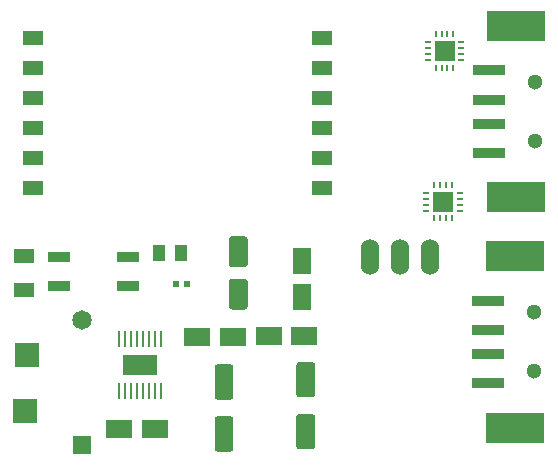
<source format=gbr>
%TF.GenerationSoftware,KiCad,Pcbnew,(5.1.9)-1*%
%TF.CreationDate,2021-03-01T12:10:23+05:30*%
%TF.ProjectId,Charger,43686172-6765-4722-9e6b-696361645f70,rev?*%
%TF.SameCoordinates,Original*%
%TF.FileFunction,Soldermask,Top*%
%TF.FilePolarity,Negative*%
%FSLAX46Y46*%
G04 Gerber Fmt 4.6, Leading zero omitted, Abs format (unit mm)*
G04 Created by KiCad (PCBNEW (5.1.9)-1) date 2021-03-01 12:10:23*
%MOMM*%
%LPD*%
G01*
G04 APERTURE LIST*
%ADD10R,2.200000X1.600000*%
%ADD11R,1.600000X2.200000*%
%ADD12R,2.000000X2.000000*%
%ADD13R,1.800000X1.170000*%
%ADD14R,1.659999X1.659999*%
%ADD15O,0.240000X0.599999*%
%ADD16O,0.599999X0.240000*%
%ADD17R,1.080000X1.420000*%
%ADD18R,1.910000X0.910000*%
%ADD19C,1.650000*%
%ADD20R,1.650000X1.650000*%
%ADD21C,1.300000*%
%ADD22R,2.800000X0.900000*%
%ADD23R,5.000000X2.500000*%
%ADD24R,0.490000X0.600000*%
%ADD25R,1.700000X1.170000*%
%ADD26O,1.524000X3.048000*%
%ADD27R,0.279400X1.397000*%
%ADD28R,2.946400X1.752600*%
G04 APERTURE END LIST*
D10*
%TO.C,C9*%
X102465000Y-57785000D03*
X99465000Y-57785000D03*
%TD*%
%TO.C,C8*%
G36*
G01*
X102066000Y-64390500D02*
X103166000Y-64390500D01*
G75*
G02*
X103416000Y-64640500I0J-250000D01*
G01*
X103416000Y-67140500D01*
G75*
G02*
X103166000Y-67390500I-250000J0D01*
G01*
X102066000Y-67390500D01*
G75*
G02*
X101816000Y-67140500I0J250000D01*
G01*
X101816000Y-64640500D01*
G75*
G02*
X102066000Y-64390500I250000J0D01*
G01*
G37*
G36*
G01*
X102066000Y-59990500D02*
X103166000Y-59990500D01*
G75*
G02*
X103416000Y-60240500I0J-250000D01*
G01*
X103416000Y-62740500D01*
G75*
G02*
X103166000Y-62990500I-250000J0D01*
G01*
X102066000Y-62990500D01*
G75*
G02*
X101816000Y-62740500I0J250000D01*
G01*
X101816000Y-60240500D01*
G75*
G02*
X102066000Y-59990500I250000J0D01*
G01*
G37*
%TD*%
%TO.C,C7*%
X93432500Y-57848500D03*
X96432500Y-57848500D03*
%TD*%
%TO.C,C5*%
X86828500Y-65659000D03*
X89828500Y-65659000D03*
%TD*%
D11*
%TO.C,C4*%
X102298500Y-51459000D03*
X102298500Y-54459000D03*
%TD*%
%TO.C,C3*%
G36*
G01*
X97451000Y-51951000D02*
X96351000Y-51951000D01*
G75*
G02*
X96101000Y-51701000I0J250000D01*
G01*
X96101000Y-49601000D01*
G75*
G02*
X96351000Y-49351000I250000J0D01*
G01*
X97451000Y-49351000D01*
G75*
G02*
X97701000Y-49601000I0J-250000D01*
G01*
X97701000Y-51701000D01*
G75*
G02*
X97451000Y-51951000I-250000J0D01*
G01*
G37*
G36*
G01*
X97451000Y-55551000D02*
X96351000Y-55551000D01*
G75*
G02*
X96101000Y-55301000I0J250000D01*
G01*
X96101000Y-53201000D01*
G75*
G02*
X96351000Y-52951000I250000J0D01*
G01*
X97451000Y-52951000D01*
G75*
G02*
X97701000Y-53201000I0J-250000D01*
G01*
X97701000Y-55301000D01*
G75*
G02*
X97451000Y-55551000I-250000J0D01*
G01*
G37*
%TD*%
%TO.C,C1*%
G36*
G01*
X95144500Y-64581000D02*
X96244500Y-64581000D01*
G75*
G02*
X96494500Y-64831000I0J-250000D01*
G01*
X96494500Y-67331000D01*
G75*
G02*
X96244500Y-67581000I-250000J0D01*
G01*
X95144500Y-67581000D01*
G75*
G02*
X94894500Y-67331000I0J250000D01*
G01*
X94894500Y-64831000D01*
G75*
G02*
X95144500Y-64581000I250000J0D01*
G01*
G37*
G36*
G01*
X95144500Y-60181000D02*
X96244500Y-60181000D01*
G75*
G02*
X96494500Y-60431000I0J-250000D01*
G01*
X96494500Y-62931000D01*
G75*
G02*
X96244500Y-63181000I-250000J0D01*
G01*
X95144500Y-63181000D01*
G75*
G02*
X94894500Y-62931000I0J250000D01*
G01*
X94894500Y-60431000D01*
G75*
G02*
X95144500Y-60181000I250000J0D01*
G01*
G37*
%TD*%
D12*
%TO.C,TP2*%
X78854300Y-64160400D03*
%TD*%
%TO.C,TP1*%
X78981300Y-59397900D03*
%TD*%
D13*
%TO.C,F1*%
X78790800Y-50981000D03*
X78790800Y-53921000D03*
%TD*%
D14*
%TO.C,U4*%
X114363500Y-33655000D03*
D15*
X113613502Y-32255000D03*
X114113500Y-32255000D03*
X114613502Y-32255000D03*
X115113501Y-32255000D03*
D16*
X115763500Y-32904999D03*
X115763500Y-33404998D03*
X115763500Y-33905000D03*
X115763500Y-34404998D03*
D15*
X115113501Y-35055000D03*
X114613502Y-35055000D03*
X114113500Y-35055000D03*
X113613502Y-35055000D03*
D16*
X112963500Y-34404998D03*
X112963500Y-33905000D03*
X112963500Y-33404998D03*
X112963500Y-32904999D03*
%TD*%
D14*
%TO.C,U2*%
X114236500Y-46418500D03*
D15*
X113486502Y-45018500D03*
X113986500Y-45018500D03*
X114486502Y-45018500D03*
X114986501Y-45018500D03*
D16*
X115636500Y-45668499D03*
X115636500Y-46168498D03*
X115636500Y-46668500D03*
X115636500Y-47168498D03*
D15*
X114986501Y-47818500D03*
X114486502Y-47818500D03*
X113986500Y-47818500D03*
X113486502Y-47818500D03*
D16*
X112836500Y-47168498D03*
X112836500Y-46668500D03*
X112836500Y-46168498D03*
X112836500Y-45668499D03*
%TD*%
D17*
%TO.C,C6*%
X90227500Y-50800000D03*
X92017500Y-50800000D03*
%TD*%
D18*
%TO.C,D1*%
X87532800Y-53549000D03*
X87532800Y-51099000D03*
X81732800Y-51099000D03*
X81732800Y-53549000D03*
%TD*%
D19*
%TO.C,D2*%
X83642200Y-56422000D03*
D20*
X83642200Y-67022000D03*
%TD*%
D21*
%TO.C,J2*%
X121920000Y-60793000D03*
X121920000Y-55793000D03*
D22*
X118070000Y-54793000D03*
X118070000Y-59293000D03*
X118070000Y-61793000D03*
X118070000Y-57293000D03*
D23*
X120320000Y-65543000D03*
X120320000Y-51043000D03*
%TD*%
%TO.C,J3*%
X120383500Y-31548500D03*
X120383500Y-46048500D03*
D22*
X118133500Y-37798500D03*
X118133500Y-42298500D03*
X118133500Y-39798500D03*
X118133500Y-35298500D03*
D21*
X121983500Y-36298500D03*
X121983500Y-41298500D03*
%TD*%
D24*
%TO.C,R18*%
X91620000Y-53403500D03*
X92530000Y-53403500D03*
%TD*%
D25*
%TO.C,T1*%
X104009800Y-45262800D03*
X104009800Y-42722800D03*
X104009800Y-40182800D03*
X104009800Y-37642800D03*
X104009800Y-35102800D03*
X104009800Y-32562800D03*
X79479800Y-32562800D03*
X79479800Y-35102800D03*
X79479800Y-37642800D03*
X79479800Y-40182800D03*
X79479800Y-42722800D03*
X79479800Y-45262800D03*
%TD*%
D26*
%TO.C,U1*%
X113157000Y-51117500D03*
X110617000Y-51117500D03*
X108077000Y-51117500D03*
%TD*%
D27*
%TO.C,U3*%
X90321130Y-58064400D03*
X89820750Y-58064400D03*
X89320369Y-58064400D03*
X88819991Y-58064400D03*
X88319609Y-58064400D03*
X87819231Y-58064400D03*
X87318850Y-58064400D03*
X86818470Y-58064400D03*
X86818470Y-62433200D03*
X87318850Y-62433200D03*
X87819231Y-62433200D03*
X88319609Y-62433200D03*
X88819991Y-62433200D03*
X89320369Y-62433200D03*
X89820750Y-62433200D03*
X90321130Y-62433200D03*
D28*
X88569800Y-60248800D03*
%TD*%
M02*

</source>
